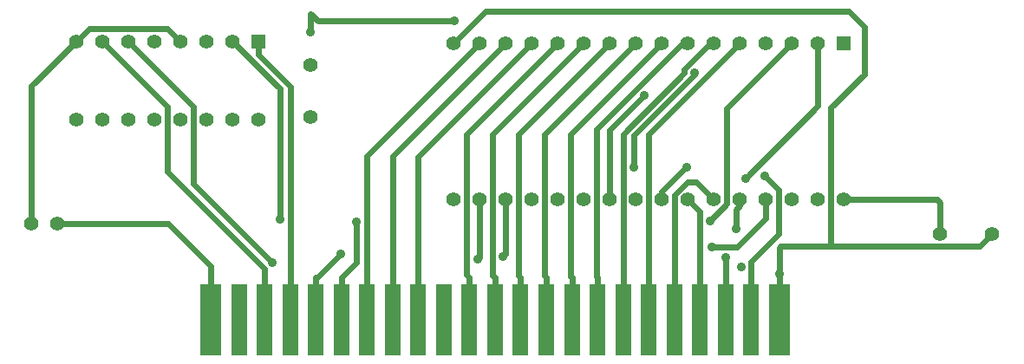
<source format=gbl>
G04 (created by PCBNEW (2013-07-07 BZR 4022)-stable) date 27/01/2014 10:53:56*
%MOIN*%
G04 Gerber Fmt 3.4, Leading zero omitted, Abs format*
%FSLAX34Y34*%
G01*
G70*
G90*
G04 APERTURE LIST*
%ADD10C,0.00590551*%
%ADD11R,0.055X0.055*%
%ADD12C,0.055*%
%ADD13R,0.0787X0.2756*%
%ADD14R,0.0591X0.2756*%
%ADD15C,0.035*%
%ADD16C,0.0236*%
G04 APERTURE END LIST*
G54D10*
G54D11*
X67343Y-39126D03*
G54D12*
X66343Y-39126D03*
X65343Y-39126D03*
X64343Y-39126D03*
X63343Y-39126D03*
X62343Y-39126D03*
X61343Y-39126D03*
X60343Y-39126D03*
X59343Y-39126D03*
X58343Y-39126D03*
X57343Y-39126D03*
X56343Y-39126D03*
X55343Y-39126D03*
X54343Y-39126D03*
X53343Y-39126D03*
X52343Y-39126D03*
X52343Y-45126D03*
X53343Y-45126D03*
X54343Y-45126D03*
X55343Y-45126D03*
X56343Y-45126D03*
X57343Y-45126D03*
X58343Y-45126D03*
X59343Y-45126D03*
X60343Y-45126D03*
X61343Y-45126D03*
X62343Y-45126D03*
X63343Y-45126D03*
X64343Y-45126D03*
X65343Y-45126D03*
X66343Y-45126D03*
X67343Y-45126D03*
G54D11*
X44839Y-39051D03*
G54D12*
X43839Y-39051D03*
X42839Y-39051D03*
X41839Y-39051D03*
X40839Y-39051D03*
X39839Y-39051D03*
X38839Y-39051D03*
X37839Y-39051D03*
X37839Y-42051D03*
X38839Y-42051D03*
X39839Y-42051D03*
X40839Y-42051D03*
X41839Y-42051D03*
X42839Y-42051D03*
X43839Y-42051D03*
X44839Y-42051D03*
X37114Y-46063D03*
X36114Y-46063D03*
G54D13*
X43008Y-49748D03*
G54D14*
X44091Y-49748D03*
X45075Y-49748D03*
X46059Y-49748D03*
X47043Y-49748D03*
X48028Y-49748D03*
X49012Y-49748D03*
X49996Y-49748D03*
X50980Y-49748D03*
X51965Y-49748D03*
X52949Y-49748D03*
X53933Y-49748D03*
X54917Y-49748D03*
X55902Y-49748D03*
X56886Y-49748D03*
X57870Y-49748D03*
X58854Y-49748D03*
X59839Y-49748D03*
X60823Y-49748D03*
X61807Y-49748D03*
X62791Y-49748D03*
X63776Y-49748D03*
G54D13*
X64858Y-49748D03*
G54D12*
X46850Y-41945D03*
X46850Y-39945D03*
X71047Y-46457D03*
X73047Y-46457D03*
G54D15*
X59660Y-41142D03*
X62795Y-47362D03*
X64291Y-44213D03*
X61299Y-43898D03*
X63189Y-46260D03*
X63386Y-47717D03*
X62283Y-46969D03*
X62206Y-45944D03*
X63556Y-44314D03*
X59253Y-43887D03*
X61590Y-40268D03*
X45377Y-47549D03*
X45660Y-45900D03*
X48613Y-45986D03*
X53262Y-47433D03*
X54242Y-47336D03*
X52362Y-38268D03*
X46850Y-38701D03*
X64858Y-47985D03*
X48009Y-47211D03*
G54D16*
X52949Y-49748D02*
X52949Y-48134D01*
X52843Y-42626D02*
X56343Y-39126D01*
X52843Y-48028D02*
X52843Y-42626D01*
X52949Y-48134D02*
X52843Y-48028D01*
X53843Y-42626D02*
X57343Y-39126D01*
X53843Y-48044D02*
X53843Y-42626D01*
X53933Y-48134D02*
X53843Y-48044D01*
X53933Y-49748D02*
X53933Y-48134D01*
X58343Y-42459D02*
X58343Y-45126D01*
X59660Y-41142D02*
X58343Y-42459D01*
X62795Y-47362D02*
X62791Y-47760D01*
X62791Y-47760D02*
X62791Y-49748D01*
X61260Y-43898D02*
X61299Y-43898D01*
X60343Y-44815D02*
X61260Y-43898D01*
X60343Y-45126D02*
X60343Y-44815D01*
X63776Y-47523D02*
X63776Y-49748D01*
X64842Y-46457D02*
X63776Y-47523D01*
X64842Y-44764D02*
X64842Y-46457D01*
X64291Y-44213D02*
X64842Y-44764D01*
X63343Y-45126D02*
X63343Y-45279D01*
X63189Y-45512D02*
X63189Y-46260D01*
X63343Y-45358D02*
X63189Y-45512D01*
X63343Y-45279D02*
X63343Y-45358D01*
X63343Y-45126D02*
X63343Y-45279D01*
X63228Y-46969D02*
X62283Y-46969D01*
X64343Y-45854D02*
X63228Y-46969D01*
X64343Y-45126D02*
X64343Y-45854D01*
X62206Y-45944D02*
X62843Y-45307D01*
X62843Y-41626D02*
X65343Y-39126D01*
X62843Y-45307D02*
X62843Y-41626D01*
X66343Y-41527D02*
X66343Y-39126D01*
X63556Y-44314D02*
X66343Y-41527D01*
X61590Y-40328D02*
X59253Y-42665D01*
X59253Y-42665D02*
X59253Y-43887D01*
X61590Y-40268D02*
X61590Y-40328D01*
X54843Y-42626D02*
X58343Y-39126D01*
X54843Y-48060D02*
X54843Y-42626D01*
X54917Y-48134D02*
X54843Y-48060D01*
X54917Y-49748D02*
X54917Y-48134D01*
X55902Y-49748D02*
X55902Y-48134D01*
X55902Y-48134D02*
X55843Y-48075D01*
X55843Y-42626D02*
X59343Y-39126D01*
X55843Y-48075D02*
X55843Y-42626D01*
X56886Y-48134D02*
X56886Y-49748D01*
X56830Y-48078D02*
X56886Y-48134D01*
X56830Y-42639D02*
X56830Y-48078D01*
X60343Y-39126D02*
X56830Y-42639D01*
X61147Y-39126D02*
X61343Y-39126D01*
X57843Y-42430D02*
X61147Y-39126D01*
X57843Y-48107D02*
X57843Y-42430D01*
X57870Y-48134D02*
X57843Y-48107D01*
X57870Y-49748D02*
X57870Y-48134D01*
X62203Y-39126D02*
X61216Y-40113D01*
X62343Y-39126D02*
X62203Y-39126D01*
X61216Y-40113D02*
X61216Y-40253D01*
X61216Y-40253D02*
X58854Y-42615D01*
X58854Y-42615D02*
X58854Y-49748D01*
X59839Y-42630D02*
X59839Y-49748D01*
X63343Y-39126D02*
X59839Y-42630D01*
X61664Y-44447D02*
X62343Y-45126D01*
X61334Y-44447D02*
X61664Y-44447D01*
X60823Y-44958D02*
X61334Y-44447D01*
X60823Y-49748D02*
X60823Y-44958D01*
X61807Y-45590D02*
X61343Y-45126D01*
X61807Y-49748D02*
X61807Y-45590D01*
X42339Y-44511D02*
X45377Y-47549D01*
X42339Y-41551D02*
X42339Y-44511D01*
X39839Y-39051D02*
X42339Y-41551D01*
X44839Y-39051D02*
X44839Y-39562D01*
X46059Y-40782D02*
X46059Y-49748D01*
X44839Y-39562D02*
X46059Y-40782D01*
X45660Y-40872D02*
X45660Y-45900D01*
X43839Y-39051D02*
X45660Y-40872D01*
X45075Y-47807D02*
X45075Y-49748D01*
X41339Y-44071D02*
X45075Y-47807D01*
X41339Y-41551D02*
X41339Y-44071D01*
X38839Y-39051D02*
X41339Y-41551D01*
X50980Y-43489D02*
X55343Y-39126D01*
X50980Y-49748D02*
X50980Y-43489D01*
X49996Y-43473D02*
X54343Y-39126D01*
X49996Y-49748D02*
X49996Y-43473D01*
X49012Y-43457D02*
X53343Y-39126D01*
X49012Y-49748D02*
X49012Y-43457D01*
X48613Y-47549D02*
X48613Y-45986D01*
X48028Y-48134D02*
X48613Y-47549D01*
X48028Y-49748D02*
X48028Y-48134D01*
X53343Y-47352D02*
X53262Y-47433D01*
X53343Y-45126D02*
X53343Y-47352D01*
X54343Y-47235D02*
X54242Y-47336D01*
X54343Y-45126D02*
X54343Y-47235D01*
X73047Y-46457D02*
X72569Y-46935D01*
X36114Y-46063D02*
X36114Y-40776D01*
X36114Y-40776D02*
X37839Y-39051D01*
X37839Y-39051D02*
X38339Y-38551D01*
X67545Y-37904D02*
X53565Y-37904D01*
X41339Y-38551D02*
X41839Y-39051D01*
X53565Y-37904D02*
X52343Y-39126D01*
X72569Y-46935D02*
X66843Y-46935D01*
X66843Y-46935D02*
X64905Y-46935D01*
X64905Y-46935D02*
X64858Y-46982D01*
X38339Y-38551D02*
X41339Y-38551D01*
X68135Y-38494D02*
X67545Y-37904D01*
X47126Y-38268D02*
X52362Y-38268D01*
X64858Y-49748D02*
X64858Y-47985D01*
X46850Y-38701D02*
X46850Y-37992D01*
X64858Y-46982D02*
X64858Y-47985D01*
X66843Y-46935D02*
X66843Y-41603D01*
X66843Y-41603D02*
X68135Y-40311D01*
X68135Y-40311D02*
X68135Y-38494D01*
X46850Y-37992D02*
X47126Y-38268D01*
X47086Y-48134D02*
X48009Y-47211D01*
X47043Y-48134D02*
X47086Y-48134D01*
X47043Y-49748D02*
X47043Y-48134D01*
X41370Y-46063D02*
X37114Y-46063D01*
X43008Y-49748D02*
X43008Y-47701D01*
X43008Y-47701D02*
X41370Y-46063D01*
X71047Y-45252D02*
X70921Y-45126D01*
X70921Y-45126D02*
X67343Y-45126D01*
X71047Y-46457D02*
X71047Y-45252D01*
M02*

</source>
